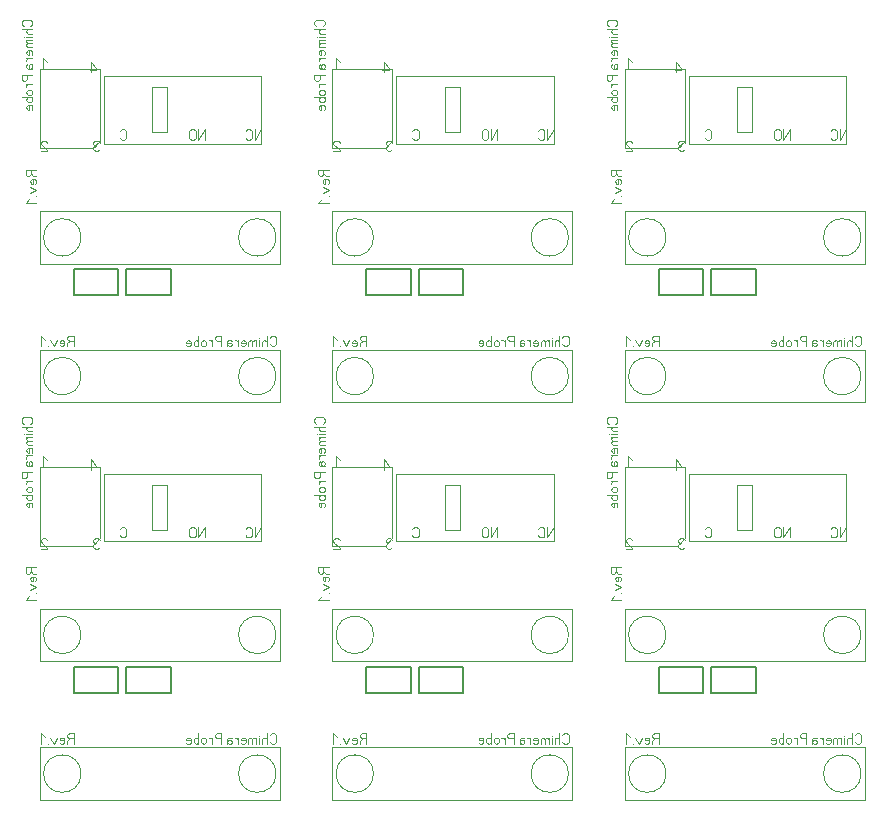
<source format=gbr>
%FSLAX34Y34*%
%MOMM*%
%LNSILK_BOTTOM*%
G71*
G01*
%ADD10C, 0.100*%
%ADD11C, 0.111*%
%ADD12C, 0.150*%
%LPD*%
G54D10*
X34925Y-180975D02*
X34925Y-225425D01*
X238125Y-225425D01*
X238125Y-180975D01*
X34925Y-180975D01*
G54D10*
G75*
G01X69850Y-203200D02*
G03X69850Y-203200I-15875J0D01*
G01*
G54D10*
G75*
G01X234950Y-203200D02*
G03X234950Y-203200I-15875J0D01*
G01*
G54D10*
X34925Y-298450D02*
X34925Y-342900D01*
X238125Y-342900D01*
X238125Y-298450D01*
X34925Y-298450D01*
G54D10*
G75*
G01X69850Y-320675D02*
G03X69850Y-320675I-15875J0D01*
G01*
G54D10*
G75*
G01X234950Y-320675D02*
G03X234950Y-320675I-15875J0D01*
G01*
G54D10*
X34919Y-60980D02*
X85719Y-60980D01*
X85720Y-121305D01*
X79370Y-127655D01*
X34920Y-127655D01*
X34919Y-60980D01*
G54D11*
X41275Y-54769D02*
X37942Y-51436D01*
X37942Y-60325D01*
G54D11*
X35942Y-130175D02*
X41275Y-130175D01*
X41275Y-129619D01*
X40608Y-128508D01*
X36608Y-125175D01*
X35942Y-124064D01*
X35942Y-122953D01*
X36608Y-121842D01*
X37942Y-121286D01*
X39275Y-121286D01*
X40608Y-121842D01*
X41275Y-122953D01*
G54D11*
X85725Y-122953D02*
X85058Y-121842D01*
X83725Y-121286D01*
X82392Y-121286D01*
X81058Y-121842D01*
X80392Y-122953D01*
X80392Y-124064D01*
X81058Y-125175D01*
X82392Y-125731D01*
X81058Y-126286D01*
X80392Y-127397D01*
X80392Y-128508D01*
X81058Y-129619D01*
X82392Y-130175D01*
X83725Y-130175D01*
X85058Y-129619D01*
X85725Y-128508D01*
G54D11*
X78550Y-63500D02*
X78550Y-54611D01*
X82550Y-60167D01*
X82550Y-61278D01*
X77217Y-61278D01*
G54D10*
X88900Y-66675D02*
X88900Y-123825D01*
X222250Y-123825D01*
X222250Y-66675D01*
X88900Y-66675D01*
G54D10*
X130175Y-76200D02*
X130175Y-114300D01*
X142875Y-114300D01*
X142875Y-76200D01*
X130175Y-76200D01*
G54D11*
X102617Y-118983D02*
X103283Y-120094D01*
X104617Y-120650D01*
X105950Y-120650D01*
X107283Y-120094D01*
X107950Y-118983D01*
X107950Y-113428D01*
X107283Y-112317D01*
X105950Y-111761D01*
X104617Y-111761D01*
X103283Y-112317D01*
X102617Y-113428D01*
G54D11*
X174625Y-120650D02*
X174625Y-111761D01*
X169292Y-120650D01*
X169292Y-111761D01*
G54D11*
X161515Y-113428D02*
X161515Y-118983D01*
X162181Y-120094D01*
X163515Y-120650D01*
X164848Y-120650D01*
X166181Y-120094D01*
X166848Y-118983D01*
X166848Y-113428D01*
X166181Y-112317D01*
X164848Y-111761D01*
X163515Y-111761D01*
X162181Y-112317D01*
X161515Y-113428D01*
G54D11*
X222250Y-120650D02*
X222250Y-111761D01*
X216917Y-120650D01*
X216917Y-111761D01*
G54D11*
X209140Y-118983D02*
X209806Y-120094D01*
X211140Y-120650D01*
X212473Y-120650D01*
X213806Y-120094D01*
X214473Y-118983D01*
X214473Y-113428D01*
X213806Y-112317D01*
X212473Y-111761D01*
X211140Y-111761D01*
X209806Y-112317D01*
X209140Y-113428D01*
G54D12*
X63525Y-252300D02*
X63525Y-230300D01*
X101525Y-230300D01*
X101525Y-252300D01*
X63525Y-252300D01*
G54D12*
X107975Y-252300D02*
X107975Y-230300D01*
X145975Y-230300D01*
X145975Y-252300D01*
X107975Y-252300D01*
G54D11*
X26908Y-24383D02*
X28019Y-23717D01*
X28575Y-22383D01*
X28575Y-21050D01*
X28019Y-19717D01*
X26908Y-19050D01*
X21353Y-19050D01*
X20242Y-19717D01*
X19686Y-21050D01*
X19686Y-22383D01*
X20242Y-23717D01*
X21353Y-24383D01*
G54D11*
X28575Y-26827D02*
X19686Y-26827D01*
G54D11*
X25019Y-26827D02*
X23908Y-27494D01*
X23575Y-28827D01*
X23908Y-30160D01*
X25019Y-30827D01*
X28575Y-30827D01*
G54D11*
X28575Y-33271D02*
X23575Y-33271D01*
G54D11*
X21908Y-33271D02*
X21908Y-33271D01*
G54D11*
X28575Y-35715D02*
X23575Y-35715D01*
G54D11*
X24464Y-35715D02*
X23575Y-37048D01*
X23908Y-38382D01*
X24686Y-39048D01*
X28575Y-39048D01*
G54D11*
X24464Y-39048D02*
X23575Y-40382D01*
X23908Y-41715D01*
X24686Y-42382D01*
X28575Y-42382D01*
G54D11*
X28019Y-48826D02*
X28575Y-47759D01*
X28575Y-46426D01*
X28019Y-45093D01*
X26908Y-44826D01*
X25019Y-44826D01*
X23908Y-45493D01*
X23575Y-46826D01*
X23908Y-48159D01*
X24686Y-48826D01*
X25797Y-48826D01*
X25797Y-44826D01*
G54D11*
X28575Y-51270D02*
X23575Y-51270D01*
G54D11*
X24686Y-51270D02*
X23575Y-52603D01*
X23575Y-53937D01*
G54D11*
X24131Y-56381D02*
X23575Y-57714D01*
X23575Y-59314D01*
X24686Y-60381D01*
X28575Y-60381D01*
G54D11*
X26908Y-60381D02*
X25797Y-59714D01*
X25575Y-58381D01*
X25797Y-57048D01*
X26908Y-56381D01*
X28019Y-56648D01*
X28575Y-57714D01*
X28575Y-58381D01*
X28575Y-58648D01*
X28019Y-59714D01*
X26908Y-60381D01*
G54D11*
X28575Y-65402D02*
X19686Y-65402D01*
X19686Y-68735D01*
X20242Y-70069D01*
X21353Y-70735D01*
X22464Y-70735D01*
X23575Y-70069D01*
X24131Y-68735D01*
X24131Y-65402D01*
G54D11*
X28575Y-73179D02*
X23575Y-73179D01*
G54D11*
X24686Y-73179D02*
X23575Y-74512D01*
X23575Y-75846D01*
G54D11*
X27242Y-82290D02*
X25019Y-82290D01*
X23908Y-81623D01*
X23575Y-80290D01*
X23908Y-78957D01*
X25019Y-78290D01*
X27242Y-78290D01*
X28353Y-78957D01*
X28575Y-80290D01*
X28353Y-81623D01*
X27242Y-82290D01*
G54D11*
X28575Y-84734D02*
X19686Y-84734D01*
G54D11*
X25019Y-84734D02*
X23908Y-85401D01*
X23575Y-86734D01*
X23908Y-88067D01*
X25019Y-88734D01*
X27242Y-88734D01*
X28353Y-88067D01*
X28575Y-86734D01*
X28353Y-85401D01*
X27242Y-84734D01*
G54D11*
X28019Y-95178D02*
X28575Y-94111D01*
X28575Y-92778D01*
X28019Y-91445D01*
X26908Y-91178D01*
X25019Y-91178D01*
X23908Y-91845D01*
X23575Y-93178D01*
X23908Y-94511D01*
X24686Y-95178D01*
X25797Y-95178D01*
X25797Y-91178D01*
G54D11*
X229617Y-293608D02*
X230283Y-294720D01*
X231617Y-295275D01*
X232950Y-295275D01*
X234283Y-294720D01*
X234950Y-293608D01*
X234950Y-288053D01*
X234283Y-286942D01*
X232950Y-286386D01*
X231617Y-286386D01*
X230283Y-286942D01*
X229617Y-288053D01*
G54D11*
X227173Y-295275D02*
X227173Y-286386D01*
G54D11*
X227173Y-291720D02*
X226506Y-290608D01*
X225173Y-290275D01*
X223840Y-290608D01*
X223173Y-291720D01*
X223173Y-295275D01*
G54D11*
X220729Y-295275D02*
X220729Y-290275D01*
G54D11*
X220729Y-288608D02*
X220729Y-288608D01*
G54D11*
X218285Y-295275D02*
X218285Y-290275D01*
G54D11*
X218285Y-291164D02*
X216952Y-290275D01*
X215618Y-290608D01*
X214952Y-291386D01*
X214952Y-295275D01*
G54D11*
X214952Y-291164D02*
X213618Y-290275D01*
X212285Y-290608D01*
X211618Y-291386D01*
X211618Y-295275D01*
G54D11*
X205174Y-294720D02*
X206241Y-295275D01*
X207574Y-295275D01*
X208907Y-294720D01*
X209174Y-293608D01*
X209174Y-291720D01*
X208507Y-290608D01*
X207174Y-290275D01*
X205841Y-290608D01*
X205174Y-291386D01*
X205174Y-292497D01*
X209174Y-292497D01*
G54D11*
X202730Y-295275D02*
X202730Y-290275D01*
G54D11*
X202730Y-291386D02*
X201397Y-290275D01*
X200063Y-290275D01*
G54D11*
X197619Y-290830D02*
X196286Y-290275D01*
X194686Y-290275D01*
X193619Y-291386D01*
X193619Y-295275D01*
G54D11*
X193619Y-293608D02*
X194286Y-292497D01*
X195619Y-292275D01*
X196952Y-292497D01*
X197619Y-293608D01*
X197352Y-294720D01*
X196286Y-295275D01*
X195619Y-295275D01*
X195352Y-295275D01*
X194286Y-294720D01*
X193619Y-293608D01*
G54D11*
X188598Y-295275D02*
X188598Y-286386D01*
X185265Y-286386D01*
X183931Y-286942D01*
X183265Y-288053D01*
X183265Y-289164D01*
X183931Y-290275D01*
X185265Y-290830D01*
X188598Y-290830D01*
G54D11*
X180821Y-295275D02*
X180821Y-290275D01*
G54D11*
X180821Y-291386D02*
X179488Y-290275D01*
X178154Y-290275D01*
G54D11*
X171710Y-293942D02*
X171710Y-291720D01*
X172377Y-290608D01*
X173710Y-290275D01*
X175043Y-290608D01*
X175710Y-291720D01*
X175710Y-293942D01*
X175043Y-295053D01*
X173710Y-295275D01*
X172377Y-295053D01*
X171710Y-293942D01*
G54D11*
X169266Y-295275D02*
X169266Y-286386D01*
G54D11*
X169266Y-291720D02*
X168599Y-290608D01*
X167266Y-290275D01*
X165933Y-290608D01*
X165266Y-291720D01*
X165266Y-293942D01*
X165933Y-295053D01*
X167266Y-295275D01*
X168599Y-295053D01*
X169266Y-293942D01*
G54D11*
X158822Y-294720D02*
X159889Y-295275D01*
X161222Y-295275D01*
X162555Y-294720D01*
X162822Y-293608D01*
X162822Y-291720D01*
X162155Y-290608D01*
X160822Y-290275D01*
X159489Y-290608D01*
X158822Y-291386D01*
X158822Y-292497D01*
X162822Y-292497D01*
G54D11*
X60833Y-290830D02*
X58833Y-291942D01*
X58167Y-293053D01*
X58167Y-295275D01*
G54D11*
X63500Y-295275D02*
X63500Y-286386D01*
X60167Y-286386D01*
X58833Y-286942D01*
X58167Y-288053D01*
X58167Y-289164D01*
X58833Y-290275D01*
X60167Y-290830D01*
X63500Y-290830D01*
G54D11*
X51723Y-294720D02*
X52790Y-295275D01*
X54123Y-295275D01*
X55456Y-294720D01*
X55723Y-293608D01*
X55723Y-291720D01*
X55056Y-290608D01*
X53723Y-290275D01*
X52390Y-290608D01*
X51723Y-291386D01*
X51723Y-292497D01*
X55723Y-292497D01*
G54D11*
X49279Y-290275D02*
X46612Y-295275D01*
X43946Y-290275D01*
G54D11*
X41502Y-295275D02*
X41502Y-295275D01*
G54D11*
X39058Y-289720D02*
X35725Y-286386D01*
X35725Y-295275D01*
G54D11*
X27306Y-148717D02*
X28417Y-150717D01*
X29528Y-151383D01*
X31750Y-151383D01*
G54D11*
X31750Y-146050D02*
X22861Y-146050D01*
X22861Y-149383D01*
X23417Y-150717D01*
X24528Y-151383D01*
X25639Y-151383D01*
X26750Y-150717D01*
X27306Y-149383D01*
X27306Y-146050D01*
G54D11*
X31194Y-157827D02*
X31750Y-156760D01*
X31750Y-155427D01*
X31194Y-154094D01*
X30083Y-153827D01*
X28194Y-153827D01*
X27083Y-154494D01*
X26750Y-155827D01*
X27083Y-157160D01*
X27861Y-157827D01*
X28972Y-157827D01*
X28972Y-153827D01*
G54D11*
X26750Y-160271D02*
X31750Y-162938D01*
X26750Y-165604D01*
G54D11*
X31750Y-168048D02*
X31750Y-168048D01*
G54D11*
X26194Y-170492D02*
X22861Y-173825D01*
X31750Y-173825D01*
G54D10*
X282575Y-180975D02*
X282575Y-225425D01*
X485775Y-225425D01*
X485775Y-180975D01*
X282575Y-180975D01*
G54D10*
G75*
G01X317500Y-203200D02*
G03X317500Y-203200I-15875J0D01*
G01*
G54D10*
G75*
G01X482600Y-203200D02*
G03X482600Y-203200I-15875J0D01*
G01*
G54D10*
X282575Y-298450D02*
X282575Y-342900D01*
X485775Y-342900D01*
X485775Y-298450D01*
X282575Y-298450D01*
G54D10*
G75*
G01X317500Y-320675D02*
G03X317500Y-320675I-15875J0D01*
G01*
G54D10*
G75*
G01X482600Y-320675D02*
G03X482600Y-320675I-15875J0D01*
G01*
G54D10*
X282569Y-60980D02*
X333369Y-60980D01*
X333370Y-121305D01*
X327020Y-127655D01*
X282570Y-127655D01*
X282569Y-60980D01*
G54D11*
X288925Y-54769D02*
X285592Y-51436D01*
X285592Y-60325D01*
G54D11*
X283592Y-130175D02*
X288925Y-130175D01*
X288925Y-129619D01*
X288258Y-128508D01*
X284258Y-125175D01*
X283592Y-124064D01*
X283592Y-122953D01*
X284258Y-121842D01*
X285592Y-121286D01*
X286925Y-121286D01*
X288258Y-121842D01*
X288925Y-122953D01*
G54D11*
X333375Y-122953D02*
X332708Y-121842D01*
X331375Y-121286D01*
X330042Y-121286D01*
X328708Y-121842D01*
X328042Y-122953D01*
X328042Y-124064D01*
X328708Y-125175D01*
X330042Y-125731D01*
X328708Y-126286D01*
X328042Y-127397D01*
X328042Y-128508D01*
X328708Y-129619D01*
X330042Y-130175D01*
X331375Y-130175D01*
X332708Y-129619D01*
X333375Y-128508D01*
G54D11*
X326200Y-63500D02*
X326200Y-54611D01*
X330200Y-60167D01*
X330200Y-61278D01*
X324867Y-61278D01*
G54D10*
X336550Y-66675D02*
X336550Y-123825D01*
X469900Y-123825D01*
X469900Y-66675D01*
X336550Y-66675D01*
G54D10*
X377825Y-76200D02*
X377825Y-114300D01*
X390525Y-114300D01*
X390525Y-76200D01*
X377825Y-76200D01*
G54D11*
X350267Y-118983D02*
X350933Y-120094D01*
X352267Y-120650D01*
X353600Y-120650D01*
X354933Y-120094D01*
X355600Y-118983D01*
X355600Y-113428D01*
X354933Y-112317D01*
X353600Y-111761D01*
X352267Y-111761D01*
X350933Y-112317D01*
X350267Y-113428D01*
G54D11*
X422275Y-120650D02*
X422275Y-111761D01*
X416942Y-120650D01*
X416942Y-111761D01*
G54D11*
X409165Y-113428D02*
X409165Y-118983D01*
X409831Y-120094D01*
X411165Y-120650D01*
X412498Y-120650D01*
X413831Y-120094D01*
X414498Y-118983D01*
X414498Y-113428D01*
X413831Y-112317D01*
X412498Y-111761D01*
X411165Y-111761D01*
X409831Y-112317D01*
X409165Y-113428D01*
G54D11*
X469900Y-120650D02*
X469900Y-111761D01*
X464567Y-120650D01*
X464567Y-111761D01*
G54D11*
X456790Y-118983D02*
X457456Y-120094D01*
X458790Y-120650D01*
X460123Y-120650D01*
X461456Y-120094D01*
X462123Y-118983D01*
X462123Y-113428D01*
X461456Y-112317D01*
X460123Y-111761D01*
X458790Y-111761D01*
X457456Y-112317D01*
X456790Y-113428D01*
G54D12*
X311175Y-252300D02*
X311175Y-230300D01*
X349175Y-230300D01*
X349175Y-252300D01*
X311175Y-252300D01*
G54D12*
X355625Y-252300D02*
X355625Y-230300D01*
X393625Y-230300D01*
X393625Y-252300D01*
X355625Y-252300D01*
G54D11*
X274558Y-24383D02*
X275669Y-23717D01*
X276225Y-22383D01*
X276225Y-21050D01*
X275669Y-19717D01*
X274558Y-19050D01*
X269003Y-19050D01*
X267892Y-19717D01*
X267336Y-21050D01*
X267336Y-22383D01*
X267892Y-23717D01*
X269003Y-24383D01*
G54D11*
X276225Y-26827D02*
X267336Y-26827D01*
G54D11*
X272669Y-26827D02*
X271558Y-27494D01*
X271225Y-28827D01*
X271558Y-30160D01*
X272669Y-30827D01*
X276225Y-30827D01*
G54D11*
X276225Y-33271D02*
X271225Y-33271D01*
G54D11*
X269558Y-33271D02*
X269558Y-33271D01*
G54D11*
X276225Y-35715D02*
X271225Y-35715D01*
G54D11*
X272114Y-35715D02*
X271225Y-37048D01*
X271558Y-38382D01*
X272336Y-39048D01*
X276225Y-39048D01*
G54D11*
X272114Y-39048D02*
X271225Y-40382D01*
X271558Y-41715D01*
X272336Y-42382D01*
X276225Y-42382D01*
G54D11*
X275669Y-48826D02*
X276225Y-47759D01*
X276225Y-46426D01*
X275669Y-45093D01*
X274558Y-44826D01*
X272669Y-44826D01*
X271558Y-45493D01*
X271225Y-46826D01*
X271558Y-48159D01*
X272336Y-48826D01*
X273447Y-48826D01*
X273447Y-44826D01*
G54D11*
X276225Y-51270D02*
X271225Y-51270D01*
G54D11*
X272336Y-51270D02*
X271225Y-52603D01*
X271225Y-53937D01*
G54D11*
X271781Y-56381D02*
X271225Y-57714D01*
X271225Y-59314D01*
X272336Y-60381D01*
X276225Y-60381D01*
G54D11*
X274558Y-60381D02*
X273447Y-59714D01*
X273225Y-58381D01*
X273447Y-57048D01*
X274558Y-56381D01*
X275669Y-56648D01*
X276225Y-57714D01*
X276225Y-58381D01*
X276225Y-58648D01*
X275669Y-59714D01*
X274558Y-60381D01*
G54D11*
X276225Y-65402D02*
X267336Y-65402D01*
X267336Y-68735D01*
X267892Y-70069D01*
X269003Y-70735D01*
X270114Y-70735D01*
X271225Y-70069D01*
X271781Y-68735D01*
X271781Y-65402D01*
G54D11*
X276225Y-73179D02*
X271225Y-73179D01*
G54D11*
X272336Y-73179D02*
X271225Y-74512D01*
X271225Y-75846D01*
G54D11*
X274892Y-82290D02*
X272669Y-82290D01*
X271558Y-81623D01*
X271225Y-80290D01*
X271558Y-78957D01*
X272669Y-78290D01*
X274892Y-78290D01*
X276003Y-78957D01*
X276225Y-80290D01*
X276003Y-81623D01*
X274892Y-82290D01*
G54D11*
X276225Y-84734D02*
X267336Y-84734D01*
G54D11*
X272669Y-84734D02*
X271558Y-85401D01*
X271225Y-86734D01*
X271558Y-88067D01*
X272669Y-88734D01*
X274892Y-88734D01*
X276003Y-88067D01*
X276225Y-86734D01*
X276003Y-85401D01*
X274892Y-84734D01*
G54D11*
X275669Y-95178D02*
X276225Y-94111D01*
X276225Y-92778D01*
X275669Y-91445D01*
X274558Y-91178D01*
X272669Y-91178D01*
X271558Y-91845D01*
X271225Y-93178D01*
X271558Y-94511D01*
X272336Y-95178D01*
X273447Y-95178D01*
X273447Y-91178D01*
G54D11*
X477267Y-293608D02*
X477933Y-294720D01*
X479267Y-295275D01*
X480600Y-295275D01*
X481933Y-294720D01*
X482600Y-293608D01*
X482600Y-288053D01*
X481933Y-286942D01*
X480600Y-286386D01*
X479267Y-286386D01*
X477933Y-286942D01*
X477267Y-288053D01*
G54D11*
X474823Y-295275D02*
X474823Y-286386D01*
G54D11*
X474823Y-291720D02*
X474156Y-290608D01*
X472823Y-290275D01*
X471490Y-290608D01*
X470823Y-291720D01*
X470823Y-295275D01*
G54D11*
X468379Y-295275D02*
X468379Y-290275D01*
G54D11*
X468379Y-288608D02*
X468379Y-288608D01*
G54D11*
X465935Y-295275D02*
X465935Y-290275D01*
G54D11*
X465935Y-291164D02*
X464602Y-290275D01*
X463268Y-290608D01*
X462602Y-291386D01*
X462602Y-295275D01*
G54D11*
X462602Y-291164D02*
X461268Y-290275D01*
X459935Y-290608D01*
X459268Y-291386D01*
X459268Y-295275D01*
G54D11*
X452824Y-294720D02*
X453891Y-295275D01*
X455224Y-295275D01*
X456557Y-294720D01*
X456824Y-293608D01*
X456824Y-291720D01*
X456157Y-290608D01*
X454824Y-290275D01*
X453491Y-290608D01*
X452824Y-291386D01*
X452824Y-292497D01*
X456824Y-292497D01*
G54D11*
X450380Y-295275D02*
X450380Y-290275D01*
G54D11*
X450380Y-291386D02*
X449047Y-290275D01*
X447713Y-290275D01*
G54D11*
X445269Y-290830D02*
X443936Y-290275D01*
X442336Y-290275D01*
X441269Y-291386D01*
X441269Y-295275D01*
G54D11*
X441269Y-293608D02*
X441936Y-292497D01*
X443269Y-292275D01*
X444602Y-292497D01*
X445269Y-293608D01*
X445002Y-294720D01*
X443936Y-295275D01*
X443269Y-295275D01*
X443002Y-295275D01*
X441936Y-294720D01*
X441269Y-293608D01*
G54D11*
X436248Y-295275D02*
X436248Y-286386D01*
X432915Y-286386D01*
X431581Y-286942D01*
X430915Y-288053D01*
X430915Y-289164D01*
X431581Y-290275D01*
X432915Y-290830D01*
X436248Y-290830D01*
G54D11*
X428471Y-295275D02*
X428471Y-290275D01*
G54D11*
X428471Y-291386D02*
X427138Y-290275D01*
X425804Y-290275D01*
G54D11*
X419360Y-293942D02*
X419360Y-291720D01*
X420027Y-290608D01*
X421360Y-290275D01*
X422693Y-290608D01*
X423360Y-291720D01*
X423360Y-293942D01*
X422693Y-295053D01*
X421360Y-295275D01*
X420027Y-295053D01*
X419360Y-293942D01*
G54D11*
X416916Y-295275D02*
X416916Y-286386D01*
G54D11*
X416916Y-291720D02*
X416249Y-290608D01*
X414916Y-290275D01*
X413583Y-290608D01*
X412916Y-291720D01*
X412916Y-293942D01*
X413583Y-295053D01*
X414916Y-295275D01*
X416249Y-295053D01*
X416916Y-293942D01*
G54D11*
X406472Y-294720D02*
X407539Y-295275D01*
X408872Y-295275D01*
X410205Y-294720D01*
X410472Y-293608D01*
X410472Y-291720D01*
X409805Y-290608D01*
X408472Y-290275D01*
X407139Y-290608D01*
X406472Y-291386D01*
X406472Y-292497D01*
X410472Y-292497D01*
G54D11*
X308483Y-290830D02*
X306483Y-291942D01*
X305817Y-293053D01*
X305817Y-295275D01*
G54D11*
X311150Y-295275D02*
X311150Y-286386D01*
X307817Y-286386D01*
X306483Y-286942D01*
X305817Y-288053D01*
X305817Y-289164D01*
X306483Y-290275D01*
X307817Y-290830D01*
X311150Y-290830D01*
G54D11*
X299373Y-294720D02*
X300440Y-295275D01*
X301773Y-295275D01*
X303106Y-294720D01*
X303373Y-293608D01*
X303373Y-291720D01*
X302706Y-290608D01*
X301373Y-290275D01*
X300040Y-290608D01*
X299373Y-291386D01*
X299373Y-292497D01*
X303373Y-292497D01*
G54D11*
X296929Y-290275D02*
X294262Y-295275D01*
X291596Y-290275D01*
G54D11*
X289152Y-295275D02*
X289152Y-295275D01*
G54D11*
X286708Y-289720D02*
X283375Y-286386D01*
X283375Y-295275D01*
G54D11*
X274956Y-148717D02*
X276067Y-150717D01*
X277178Y-151383D01*
X279400Y-151383D01*
G54D11*
X279400Y-146050D02*
X270511Y-146050D01*
X270511Y-149383D01*
X271067Y-150717D01*
X272178Y-151383D01*
X273289Y-151383D01*
X274400Y-150717D01*
X274956Y-149383D01*
X274956Y-146050D01*
G54D11*
X278844Y-157827D02*
X279400Y-156760D01*
X279400Y-155427D01*
X278844Y-154094D01*
X277733Y-153827D01*
X275844Y-153827D01*
X274733Y-154494D01*
X274400Y-155827D01*
X274733Y-157160D01*
X275511Y-157827D01*
X276622Y-157827D01*
X276622Y-153827D01*
G54D11*
X274400Y-160271D02*
X279400Y-162938D01*
X274400Y-165604D01*
G54D11*
X279400Y-168048D02*
X279400Y-168048D01*
G54D11*
X273844Y-170492D02*
X270511Y-173825D01*
X279400Y-173825D01*
G54D10*
X530225Y-180975D02*
X530225Y-225425D01*
X733425Y-225425D01*
X733425Y-180975D01*
X530225Y-180975D01*
G54D10*
G75*
G01X565150Y-203200D02*
G03X565150Y-203200I-15875J0D01*
G01*
G54D10*
G75*
G01X730250Y-203200D02*
G03X730250Y-203200I-15875J0D01*
G01*
G54D10*
X530225Y-298450D02*
X530225Y-342900D01*
X733425Y-342900D01*
X733425Y-298450D01*
X530225Y-298450D01*
G54D10*
G75*
G01X565150Y-320675D02*
G03X565150Y-320675I-15875J0D01*
G01*
G54D10*
G75*
G01X730250Y-320675D02*
G03X730250Y-320675I-15875J0D01*
G01*
G54D10*
X530219Y-60980D02*
X581019Y-60980D01*
X581020Y-121305D01*
X574670Y-127655D01*
X530220Y-127655D01*
X530219Y-60980D01*
G54D11*
X536575Y-54769D02*
X533242Y-51436D01*
X533242Y-60325D01*
G54D11*
X531242Y-130175D02*
X536575Y-130175D01*
X536575Y-129619D01*
X535908Y-128508D01*
X531908Y-125175D01*
X531242Y-124064D01*
X531242Y-122953D01*
X531908Y-121842D01*
X533242Y-121286D01*
X534575Y-121286D01*
X535908Y-121842D01*
X536575Y-122953D01*
G54D11*
X581025Y-122953D02*
X580358Y-121842D01*
X579025Y-121286D01*
X577692Y-121286D01*
X576358Y-121842D01*
X575692Y-122953D01*
X575692Y-124064D01*
X576358Y-125175D01*
X577692Y-125731D01*
X576358Y-126286D01*
X575692Y-127397D01*
X575692Y-128508D01*
X576358Y-129619D01*
X577692Y-130175D01*
X579025Y-130175D01*
X580358Y-129619D01*
X581025Y-128508D01*
G54D11*
X573850Y-63500D02*
X573850Y-54611D01*
X577850Y-60167D01*
X577850Y-61278D01*
X572517Y-61278D01*
G54D10*
X584200Y-66675D02*
X584200Y-123825D01*
X717550Y-123825D01*
X717550Y-66675D01*
X584200Y-66675D01*
G54D10*
X625475Y-76200D02*
X625475Y-114300D01*
X638175Y-114300D01*
X638175Y-76200D01*
X625475Y-76200D01*
G54D11*
X597917Y-118983D02*
X598583Y-120094D01*
X599917Y-120650D01*
X601250Y-120650D01*
X602583Y-120094D01*
X603250Y-118983D01*
X603250Y-113428D01*
X602583Y-112317D01*
X601250Y-111761D01*
X599917Y-111761D01*
X598583Y-112317D01*
X597917Y-113428D01*
G54D11*
X669925Y-120650D02*
X669925Y-111761D01*
X664592Y-120650D01*
X664592Y-111761D01*
G54D11*
X656815Y-113428D02*
X656815Y-118983D01*
X657481Y-120094D01*
X658815Y-120650D01*
X660148Y-120650D01*
X661481Y-120094D01*
X662148Y-118983D01*
X662148Y-113428D01*
X661481Y-112317D01*
X660148Y-111761D01*
X658815Y-111761D01*
X657481Y-112317D01*
X656815Y-113428D01*
G54D11*
X717550Y-120650D02*
X717550Y-111761D01*
X712217Y-120650D01*
X712217Y-111761D01*
G54D11*
X704440Y-118983D02*
X705106Y-120094D01*
X706440Y-120650D01*
X707773Y-120650D01*
X709106Y-120094D01*
X709773Y-118983D01*
X709773Y-113428D01*
X709106Y-112317D01*
X707773Y-111761D01*
X706440Y-111761D01*
X705106Y-112317D01*
X704440Y-113428D01*
G54D12*
X558825Y-252300D02*
X558825Y-230300D01*
X596825Y-230300D01*
X596825Y-252300D01*
X558825Y-252300D01*
G54D12*
X603275Y-252300D02*
X603275Y-230300D01*
X641275Y-230300D01*
X641275Y-252300D01*
X603275Y-252300D01*
G54D11*
X522208Y-24383D02*
X523319Y-23717D01*
X523875Y-22383D01*
X523875Y-21050D01*
X523319Y-19717D01*
X522208Y-19050D01*
X516653Y-19050D01*
X515542Y-19717D01*
X514986Y-21050D01*
X514986Y-22383D01*
X515542Y-23717D01*
X516653Y-24383D01*
G54D11*
X523875Y-26827D02*
X514986Y-26827D01*
G54D11*
X520319Y-26827D02*
X519208Y-27494D01*
X518875Y-28827D01*
X519208Y-30160D01*
X520319Y-30827D01*
X523875Y-30827D01*
G54D11*
X523875Y-33271D02*
X518875Y-33271D01*
G54D11*
X517208Y-33271D02*
X517208Y-33271D01*
G54D11*
X523875Y-35715D02*
X518875Y-35715D01*
G54D11*
X519764Y-35715D02*
X518875Y-37048D01*
X519208Y-38382D01*
X519986Y-39048D01*
X523875Y-39048D01*
G54D11*
X519764Y-39048D02*
X518875Y-40382D01*
X519208Y-41715D01*
X519986Y-42382D01*
X523875Y-42382D01*
G54D11*
X523319Y-48826D02*
X523875Y-47759D01*
X523875Y-46426D01*
X523319Y-45093D01*
X522208Y-44826D01*
X520319Y-44826D01*
X519208Y-45493D01*
X518875Y-46826D01*
X519208Y-48159D01*
X519986Y-48826D01*
X521097Y-48826D01*
X521097Y-44826D01*
G54D11*
X523875Y-51270D02*
X518875Y-51270D01*
G54D11*
X519986Y-51270D02*
X518875Y-52603D01*
X518875Y-53937D01*
G54D11*
X519431Y-56381D02*
X518875Y-57714D01*
X518875Y-59314D01*
X519986Y-60381D01*
X523875Y-60381D01*
G54D11*
X522208Y-60381D02*
X521097Y-59714D01*
X520875Y-58381D01*
X521097Y-57048D01*
X522208Y-56381D01*
X523319Y-56648D01*
X523875Y-57714D01*
X523875Y-58381D01*
X523875Y-58648D01*
X523319Y-59714D01*
X522208Y-60381D01*
G54D11*
X523875Y-65402D02*
X514986Y-65402D01*
X514986Y-68735D01*
X515542Y-70069D01*
X516653Y-70735D01*
X517764Y-70735D01*
X518875Y-70069D01*
X519431Y-68735D01*
X519431Y-65402D01*
G54D11*
X523875Y-73179D02*
X518875Y-73179D01*
G54D11*
X519986Y-73179D02*
X518875Y-74512D01*
X518875Y-75846D01*
G54D11*
X522542Y-82290D02*
X520319Y-82290D01*
X519208Y-81623D01*
X518875Y-80290D01*
X519208Y-78957D01*
X520319Y-78290D01*
X522542Y-78290D01*
X523653Y-78957D01*
X523875Y-80290D01*
X523653Y-81623D01*
X522542Y-82290D01*
G54D11*
X523875Y-84734D02*
X514986Y-84734D01*
G54D11*
X520319Y-84734D02*
X519208Y-85401D01*
X518875Y-86734D01*
X519208Y-88067D01*
X520319Y-88734D01*
X522542Y-88734D01*
X523653Y-88067D01*
X523875Y-86734D01*
X523653Y-85401D01*
X522542Y-84734D01*
G54D11*
X523319Y-95178D02*
X523875Y-94111D01*
X523875Y-92778D01*
X523319Y-91445D01*
X522208Y-91178D01*
X520319Y-91178D01*
X519208Y-91845D01*
X518875Y-93178D01*
X519208Y-94511D01*
X519986Y-95178D01*
X521097Y-95178D01*
X521097Y-91178D01*
G54D11*
X724917Y-293608D02*
X725583Y-294720D01*
X726917Y-295275D01*
X728250Y-295275D01*
X729583Y-294720D01*
X730250Y-293608D01*
X730250Y-288053D01*
X729583Y-286942D01*
X728250Y-286386D01*
X726917Y-286386D01*
X725583Y-286942D01*
X724917Y-288053D01*
G54D11*
X722473Y-295275D02*
X722473Y-286386D01*
G54D11*
X722473Y-291720D02*
X721806Y-290608D01*
X720473Y-290275D01*
X719140Y-290608D01*
X718473Y-291720D01*
X718473Y-295275D01*
G54D11*
X716029Y-295275D02*
X716029Y-290275D01*
G54D11*
X716029Y-288608D02*
X716029Y-288608D01*
G54D11*
X713585Y-295275D02*
X713585Y-290275D01*
G54D11*
X713585Y-291164D02*
X712252Y-290275D01*
X710918Y-290608D01*
X710252Y-291386D01*
X710252Y-295275D01*
G54D11*
X710252Y-291164D02*
X708918Y-290275D01*
X707585Y-290608D01*
X706918Y-291386D01*
X706918Y-295275D01*
G54D11*
X700474Y-294720D02*
X701541Y-295275D01*
X702874Y-295275D01*
X704207Y-294720D01*
X704474Y-293608D01*
X704474Y-291720D01*
X703807Y-290608D01*
X702474Y-290275D01*
X701141Y-290608D01*
X700474Y-291386D01*
X700474Y-292497D01*
X704474Y-292497D01*
G54D11*
X698030Y-295275D02*
X698030Y-290275D01*
G54D11*
X698030Y-291386D02*
X696697Y-290275D01*
X695363Y-290275D01*
G54D11*
X692919Y-290830D02*
X691586Y-290275D01*
X689986Y-290275D01*
X688919Y-291386D01*
X688919Y-295275D01*
G54D11*
X688919Y-293608D02*
X689586Y-292497D01*
X690919Y-292275D01*
X692252Y-292497D01*
X692919Y-293608D01*
X692652Y-294720D01*
X691586Y-295275D01*
X690919Y-295275D01*
X690652Y-295275D01*
X689586Y-294720D01*
X688919Y-293608D01*
G54D11*
X683898Y-295275D02*
X683898Y-286386D01*
X680565Y-286386D01*
X679231Y-286942D01*
X678565Y-288053D01*
X678565Y-289164D01*
X679231Y-290275D01*
X680565Y-290830D01*
X683898Y-290830D01*
G54D11*
X676121Y-295275D02*
X676121Y-290275D01*
G54D11*
X676121Y-291386D02*
X674788Y-290275D01*
X673454Y-290275D01*
G54D11*
X667010Y-293942D02*
X667010Y-291720D01*
X667677Y-290608D01*
X669010Y-290275D01*
X670343Y-290608D01*
X671010Y-291720D01*
X671010Y-293942D01*
X670343Y-295053D01*
X669010Y-295275D01*
X667677Y-295053D01*
X667010Y-293942D01*
G54D11*
X664566Y-295275D02*
X664566Y-286386D01*
G54D11*
X664566Y-291720D02*
X663899Y-290608D01*
X662566Y-290275D01*
X661233Y-290608D01*
X660566Y-291720D01*
X660566Y-293942D01*
X661233Y-295053D01*
X662566Y-295275D01*
X663899Y-295053D01*
X664566Y-293942D01*
G54D11*
X654122Y-294720D02*
X655189Y-295275D01*
X656522Y-295275D01*
X657855Y-294720D01*
X658122Y-293608D01*
X658122Y-291720D01*
X657455Y-290608D01*
X656122Y-290275D01*
X654789Y-290608D01*
X654122Y-291386D01*
X654122Y-292497D01*
X658122Y-292497D01*
G54D11*
X556133Y-290830D02*
X554133Y-291942D01*
X553467Y-293053D01*
X553467Y-295275D01*
G54D11*
X558800Y-295275D02*
X558800Y-286386D01*
X555467Y-286386D01*
X554133Y-286942D01*
X553467Y-288053D01*
X553467Y-289164D01*
X554133Y-290275D01*
X555467Y-290830D01*
X558800Y-290830D01*
G54D11*
X547023Y-294720D02*
X548090Y-295275D01*
X549423Y-295275D01*
X550756Y-294720D01*
X551023Y-293608D01*
X551023Y-291720D01*
X550356Y-290608D01*
X549023Y-290275D01*
X547690Y-290608D01*
X547023Y-291386D01*
X547023Y-292497D01*
X551023Y-292497D01*
G54D11*
X544579Y-290275D02*
X541912Y-295275D01*
X539246Y-290275D01*
G54D11*
X536802Y-295275D02*
X536802Y-295275D01*
G54D11*
X534358Y-289720D02*
X531025Y-286386D01*
X531025Y-295275D01*
G54D11*
X522606Y-148717D02*
X523717Y-150717D01*
X524828Y-151383D01*
X527050Y-151383D01*
G54D11*
X527050Y-146050D02*
X518161Y-146050D01*
X518161Y-149383D01*
X518717Y-150717D01*
X519828Y-151383D01*
X520939Y-151383D01*
X522050Y-150717D01*
X522606Y-149383D01*
X522606Y-146050D01*
G54D11*
X526494Y-157827D02*
X527050Y-156760D01*
X527050Y-155427D01*
X526494Y-154094D01*
X525383Y-153827D01*
X523494Y-153827D01*
X522383Y-154494D01*
X522050Y-155827D01*
X522383Y-157160D01*
X523161Y-157827D01*
X524272Y-157827D01*
X524272Y-153827D01*
G54D11*
X522050Y-160271D02*
X527050Y-162938D01*
X522050Y-165604D01*
G54D11*
X527050Y-168048D02*
X527050Y-168048D01*
G54D11*
X521494Y-170492D02*
X518161Y-173825D01*
X527050Y-173825D01*
G54D10*
X34925Y-517525D02*
X34925Y-561975D01*
X238125Y-561975D01*
X238125Y-517525D01*
X34925Y-517525D01*
G54D10*
G75*
G01X69850Y-539750D02*
G03X69850Y-539750I-15875J0D01*
G01*
G54D10*
G75*
G01X234950Y-539750D02*
G03X234950Y-539750I-15875J0D01*
G01*
G54D10*
X34925Y-635000D02*
X34925Y-679450D01*
X238125Y-679450D01*
X238125Y-635000D01*
X34925Y-635000D01*
G54D10*
G75*
G01X69850Y-657225D02*
G03X69850Y-657225I-15875J0D01*
G01*
G54D10*
G75*
G01X234950Y-657225D02*
G03X234950Y-657225I-15875J0D01*
G01*
G54D10*
X34919Y-397530D02*
X85719Y-397530D01*
X85720Y-457855D01*
X79370Y-464205D01*
X34920Y-464205D01*
X34919Y-397530D01*
G54D11*
X41275Y-391320D02*
X37942Y-387986D01*
X37942Y-396875D01*
G54D11*
X35942Y-466725D02*
X41275Y-466725D01*
X41275Y-466170D01*
X40608Y-465058D01*
X36608Y-461725D01*
X35942Y-460614D01*
X35942Y-459503D01*
X36608Y-458392D01*
X37942Y-457836D01*
X39275Y-457836D01*
X40608Y-458392D01*
X41275Y-459503D01*
G54D11*
X85725Y-459503D02*
X85058Y-458392D01*
X83725Y-457836D01*
X82392Y-457836D01*
X81058Y-458392D01*
X80392Y-459503D01*
X80392Y-460614D01*
X81058Y-461725D01*
X82392Y-462280D01*
X81058Y-462836D01*
X80392Y-463947D01*
X80392Y-465058D01*
X81058Y-466170D01*
X82392Y-466725D01*
X83725Y-466725D01*
X85058Y-466170D01*
X85725Y-465058D01*
G54D11*
X78550Y-400050D02*
X78550Y-391161D01*
X82550Y-396717D01*
X82550Y-397828D01*
X77217Y-397828D01*
G54D10*
X88900Y-403225D02*
X88900Y-460375D01*
X222250Y-460375D01*
X222250Y-403225D01*
X88900Y-403225D01*
G54D10*
X130175Y-412750D02*
X130175Y-450850D01*
X142875Y-450850D01*
X142875Y-412750D01*
X130175Y-412750D01*
G54D11*
X102617Y-455533D02*
X103283Y-456644D01*
X104617Y-457200D01*
X105950Y-457200D01*
X107283Y-456644D01*
X107950Y-455533D01*
X107950Y-449978D01*
X107283Y-448867D01*
X105950Y-448311D01*
X104617Y-448311D01*
X103283Y-448867D01*
X102617Y-449978D01*
G54D11*
X174625Y-457200D02*
X174625Y-448311D01*
X169292Y-457200D01*
X169292Y-448311D01*
G54D11*
X161515Y-449978D02*
X161515Y-455533D01*
X162181Y-456644D01*
X163515Y-457200D01*
X164848Y-457200D01*
X166181Y-456644D01*
X166848Y-455533D01*
X166848Y-449978D01*
X166181Y-448867D01*
X164848Y-448311D01*
X163515Y-448311D01*
X162181Y-448867D01*
X161515Y-449978D01*
G54D11*
X222250Y-457200D02*
X222250Y-448311D01*
X216917Y-457200D01*
X216917Y-448311D01*
G54D11*
X209140Y-455533D02*
X209806Y-456644D01*
X211140Y-457200D01*
X212473Y-457200D01*
X213806Y-456644D01*
X214473Y-455533D01*
X214473Y-449978D01*
X213806Y-448867D01*
X212473Y-448311D01*
X211140Y-448311D01*
X209806Y-448867D01*
X209140Y-449978D01*
G54D12*
X63525Y-588850D02*
X63525Y-566850D01*
X101525Y-566850D01*
X101525Y-588850D01*
X63525Y-588850D01*
G54D12*
X107975Y-588850D02*
X107975Y-566850D01*
X145975Y-566850D01*
X145975Y-588850D01*
X107975Y-588850D01*
G54D11*
X26908Y-360933D02*
X28019Y-360267D01*
X28575Y-358933D01*
X28575Y-357600D01*
X28019Y-356267D01*
X26908Y-355600D01*
X21353Y-355600D01*
X20242Y-356267D01*
X19686Y-357600D01*
X19686Y-358933D01*
X20242Y-360267D01*
X21353Y-360933D01*
G54D11*
X28575Y-363377D02*
X19686Y-363377D01*
G54D11*
X25019Y-363377D02*
X23908Y-364044D01*
X23575Y-365377D01*
X23908Y-366710D01*
X25019Y-367377D01*
X28575Y-367377D01*
G54D11*
X28575Y-369821D02*
X23575Y-369821D01*
G54D11*
X21908Y-369821D02*
X21908Y-369821D01*
G54D11*
X28575Y-372265D02*
X23575Y-372265D01*
G54D11*
X24464Y-372265D02*
X23575Y-373598D01*
X23908Y-374932D01*
X24686Y-375598D01*
X28575Y-375598D01*
G54D11*
X24464Y-375598D02*
X23575Y-376932D01*
X23908Y-378265D01*
X24686Y-378932D01*
X28575Y-378932D01*
G54D11*
X28019Y-385376D02*
X28575Y-384309D01*
X28575Y-382976D01*
X28019Y-381643D01*
X26908Y-381376D01*
X25019Y-381376D01*
X23908Y-382043D01*
X23575Y-383376D01*
X23908Y-384709D01*
X24686Y-385376D01*
X25797Y-385376D01*
X25797Y-381376D01*
G54D11*
X28575Y-387820D02*
X23575Y-387820D01*
G54D11*
X24686Y-387820D02*
X23575Y-389153D01*
X23575Y-390487D01*
G54D11*
X24131Y-392931D02*
X23575Y-394264D01*
X23575Y-395864D01*
X24686Y-396931D01*
X28575Y-396931D01*
G54D11*
X26908Y-396931D02*
X25797Y-396264D01*
X25575Y-394931D01*
X25797Y-393598D01*
X26908Y-392931D01*
X28019Y-393198D01*
X28575Y-394264D01*
X28575Y-394931D01*
X28575Y-395198D01*
X28019Y-396264D01*
X26908Y-396931D01*
G54D11*
X28575Y-401952D02*
X19686Y-401952D01*
X19686Y-405285D01*
X20242Y-406619D01*
X21353Y-407285D01*
X22464Y-407285D01*
X23575Y-406619D01*
X24131Y-405285D01*
X24131Y-401952D01*
G54D11*
X28575Y-409729D02*
X23575Y-409729D01*
G54D11*
X24686Y-409729D02*
X23575Y-411062D01*
X23575Y-412396D01*
G54D11*
X27242Y-418840D02*
X25019Y-418840D01*
X23908Y-418173D01*
X23575Y-416840D01*
X23908Y-415507D01*
X25019Y-414840D01*
X27242Y-414840D01*
X28353Y-415507D01*
X28575Y-416840D01*
X28353Y-418173D01*
X27242Y-418840D01*
G54D11*
X28575Y-421284D02*
X19686Y-421284D01*
G54D11*
X25019Y-421284D02*
X23908Y-421951D01*
X23575Y-423284D01*
X23908Y-424617D01*
X25019Y-425284D01*
X27242Y-425284D01*
X28353Y-424617D01*
X28575Y-423284D01*
X28353Y-421951D01*
X27242Y-421284D01*
G54D11*
X28019Y-431728D02*
X28575Y-430661D01*
X28575Y-429328D01*
X28019Y-427995D01*
X26908Y-427728D01*
X25019Y-427728D01*
X23908Y-428395D01*
X23575Y-429728D01*
X23908Y-431061D01*
X24686Y-431728D01*
X25797Y-431728D01*
X25797Y-427728D01*
G54D11*
X229617Y-630158D02*
X230283Y-631270D01*
X231617Y-631825D01*
X232950Y-631825D01*
X234283Y-631270D01*
X234950Y-630158D01*
X234950Y-624603D01*
X234283Y-623492D01*
X232950Y-622936D01*
X231617Y-622936D01*
X230283Y-623492D01*
X229617Y-624603D01*
G54D11*
X227173Y-631825D02*
X227173Y-622936D01*
G54D11*
X227173Y-628270D02*
X226506Y-627158D01*
X225173Y-626825D01*
X223840Y-627158D01*
X223173Y-628270D01*
X223173Y-631825D01*
G54D11*
X220729Y-631825D02*
X220729Y-626825D01*
G54D11*
X220729Y-625158D02*
X220729Y-625158D01*
G54D11*
X218285Y-631825D02*
X218285Y-626825D01*
G54D11*
X218285Y-627714D02*
X216952Y-626825D01*
X215618Y-627158D01*
X214952Y-627936D01*
X214952Y-631825D01*
G54D11*
X214952Y-627714D02*
X213618Y-626825D01*
X212285Y-627158D01*
X211618Y-627936D01*
X211618Y-631825D01*
G54D11*
X205174Y-631270D02*
X206241Y-631825D01*
X207574Y-631825D01*
X208907Y-631270D01*
X209174Y-630158D01*
X209174Y-628270D01*
X208507Y-627158D01*
X207174Y-626825D01*
X205841Y-627158D01*
X205174Y-627936D01*
X205174Y-629047D01*
X209174Y-629047D01*
G54D11*
X202730Y-631825D02*
X202730Y-626825D01*
G54D11*
X202730Y-627936D02*
X201397Y-626825D01*
X200063Y-626825D01*
G54D11*
X197619Y-627380D02*
X196286Y-626825D01*
X194686Y-626825D01*
X193619Y-627936D01*
X193619Y-631825D01*
G54D11*
X193619Y-630158D02*
X194286Y-629047D01*
X195619Y-628825D01*
X196952Y-629047D01*
X197619Y-630158D01*
X197352Y-631270D01*
X196286Y-631825D01*
X195619Y-631825D01*
X195352Y-631825D01*
X194286Y-631270D01*
X193619Y-630158D01*
G54D11*
X188598Y-631825D02*
X188598Y-622936D01*
X185265Y-622936D01*
X183931Y-623492D01*
X183265Y-624603D01*
X183265Y-625714D01*
X183931Y-626825D01*
X185265Y-627380D01*
X188598Y-627380D01*
G54D11*
X180821Y-631825D02*
X180821Y-626825D01*
G54D11*
X180821Y-627936D02*
X179488Y-626825D01*
X178154Y-626825D01*
G54D11*
X171710Y-630492D02*
X171710Y-628270D01*
X172377Y-627158D01*
X173710Y-626825D01*
X175043Y-627158D01*
X175710Y-628270D01*
X175710Y-630492D01*
X175043Y-631603D01*
X173710Y-631825D01*
X172377Y-631603D01*
X171710Y-630492D01*
G54D11*
X169266Y-631825D02*
X169266Y-622936D01*
G54D11*
X169266Y-628270D02*
X168599Y-627158D01*
X167266Y-626825D01*
X165933Y-627158D01*
X165266Y-628270D01*
X165266Y-630492D01*
X165933Y-631603D01*
X167266Y-631825D01*
X168599Y-631603D01*
X169266Y-630492D01*
G54D11*
X158822Y-631270D02*
X159889Y-631825D01*
X161222Y-631825D01*
X162555Y-631270D01*
X162822Y-630158D01*
X162822Y-628270D01*
X162155Y-627158D01*
X160822Y-626825D01*
X159489Y-627158D01*
X158822Y-627936D01*
X158822Y-629047D01*
X162822Y-629047D01*
G54D11*
X60833Y-627380D02*
X58833Y-628492D01*
X58167Y-629603D01*
X58167Y-631825D01*
G54D11*
X63500Y-631825D02*
X63500Y-622936D01*
X60167Y-622936D01*
X58833Y-623492D01*
X58167Y-624603D01*
X58167Y-625714D01*
X58833Y-626825D01*
X60167Y-627380D01*
X63500Y-627380D01*
G54D11*
X51723Y-631270D02*
X52790Y-631825D01*
X54123Y-631825D01*
X55456Y-631270D01*
X55723Y-630158D01*
X55723Y-628270D01*
X55056Y-627158D01*
X53723Y-626825D01*
X52390Y-627158D01*
X51723Y-627936D01*
X51723Y-629047D01*
X55723Y-629047D01*
G54D11*
X49279Y-626825D02*
X46612Y-631825D01*
X43946Y-626825D01*
G54D11*
X41502Y-631825D02*
X41502Y-631825D01*
G54D11*
X39058Y-626270D02*
X35725Y-622936D01*
X35725Y-631825D01*
G54D11*
X27306Y-485267D02*
X28417Y-487267D01*
X29528Y-487933D01*
X31750Y-487933D01*
G54D11*
X31750Y-482600D02*
X22861Y-482600D01*
X22861Y-485933D01*
X23417Y-487267D01*
X24528Y-487933D01*
X25639Y-487933D01*
X26750Y-487267D01*
X27306Y-485933D01*
X27306Y-482600D01*
G54D11*
X31194Y-494377D02*
X31750Y-493310D01*
X31750Y-491977D01*
X31194Y-490644D01*
X30083Y-490377D01*
X28194Y-490377D01*
X27083Y-491044D01*
X26750Y-492377D01*
X27083Y-493710D01*
X27861Y-494377D01*
X28972Y-494377D01*
X28972Y-490377D01*
G54D11*
X26750Y-496821D02*
X31750Y-499488D01*
X26750Y-502154D01*
G54D11*
X31750Y-504598D02*
X31750Y-504598D01*
G54D11*
X26194Y-507042D02*
X22861Y-510375D01*
X31750Y-510375D01*
G54D10*
X282575Y-517525D02*
X282575Y-561975D01*
X485775Y-561975D01*
X485775Y-517525D01*
X282575Y-517525D01*
G54D10*
G75*
G01X317500Y-539750D02*
G03X317500Y-539750I-15875J0D01*
G01*
G54D10*
G75*
G01X482600Y-539750D02*
G03X482600Y-539750I-15875J0D01*
G01*
G54D10*
X282575Y-635000D02*
X282575Y-679450D01*
X485775Y-679450D01*
X485775Y-635000D01*
X282575Y-635000D01*
G54D10*
G75*
G01X317500Y-657225D02*
G03X317500Y-657225I-15875J0D01*
G01*
G54D10*
G75*
G01X482600Y-657225D02*
G03X482600Y-657225I-15875J0D01*
G01*
G54D10*
X282569Y-397530D02*
X333369Y-397530D01*
X333370Y-457855D01*
X327020Y-464205D01*
X282570Y-464205D01*
X282569Y-397530D01*
G54D11*
X288925Y-391320D02*
X285592Y-387986D01*
X285592Y-396875D01*
G54D11*
X283592Y-466725D02*
X288925Y-466725D01*
X288925Y-466170D01*
X288258Y-465058D01*
X284258Y-461725D01*
X283592Y-460614D01*
X283592Y-459503D01*
X284258Y-458392D01*
X285592Y-457836D01*
X286925Y-457836D01*
X288258Y-458392D01*
X288925Y-459503D01*
G54D11*
X333375Y-459503D02*
X332708Y-458392D01*
X331375Y-457836D01*
X330042Y-457836D01*
X328708Y-458392D01*
X328042Y-459503D01*
X328042Y-460614D01*
X328708Y-461725D01*
X330042Y-462280D01*
X328708Y-462836D01*
X328042Y-463947D01*
X328042Y-465058D01*
X328708Y-466170D01*
X330042Y-466725D01*
X331375Y-466725D01*
X332708Y-466170D01*
X333375Y-465058D01*
G54D11*
X326200Y-400050D02*
X326200Y-391161D01*
X330200Y-396717D01*
X330200Y-397828D01*
X324867Y-397828D01*
G54D10*
X336550Y-403225D02*
X336550Y-460375D01*
X469900Y-460375D01*
X469900Y-403225D01*
X336550Y-403225D01*
G54D10*
X377825Y-412750D02*
X377825Y-450850D01*
X390525Y-450850D01*
X390525Y-412750D01*
X377825Y-412750D01*
G54D11*
X350267Y-455533D02*
X350933Y-456644D01*
X352267Y-457200D01*
X353600Y-457200D01*
X354933Y-456644D01*
X355600Y-455533D01*
X355600Y-449978D01*
X354933Y-448867D01*
X353600Y-448311D01*
X352267Y-448311D01*
X350933Y-448867D01*
X350267Y-449978D01*
G54D11*
X422275Y-457200D02*
X422275Y-448311D01*
X416942Y-457200D01*
X416942Y-448311D01*
G54D11*
X409165Y-449978D02*
X409165Y-455533D01*
X409831Y-456644D01*
X411165Y-457200D01*
X412498Y-457200D01*
X413831Y-456644D01*
X414498Y-455533D01*
X414498Y-449978D01*
X413831Y-448867D01*
X412498Y-448311D01*
X411165Y-448311D01*
X409831Y-448867D01*
X409165Y-449978D01*
G54D11*
X469900Y-457200D02*
X469900Y-448311D01*
X464567Y-457200D01*
X464567Y-448311D01*
G54D11*
X456790Y-455533D02*
X457456Y-456644D01*
X458790Y-457200D01*
X460123Y-457200D01*
X461456Y-456644D01*
X462123Y-455533D01*
X462123Y-449978D01*
X461456Y-448867D01*
X460123Y-448311D01*
X458790Y-448311D01*
X457456Y-448867D01*
X456790Y-449978D01*
G54D12*
X311175Y-588850D02*
X311175Y-566850D01*
X349175Y-566850D01*
X349175Y-588850D01*
X311175Y-588850D01*
G54D12*
X355625Y-588850D02*
X355625Y-566850D01*
X393625Y-566850D01*
X393625Y-588850D01*
X355625Y-588850D01*
G54D11*
X274558Y-360933D02*
X275669Y-360267D01*
X276225Y-358933D01*
X276225Y-357600D01*
X275669Y-356267D01*
X274558Y-355600D01*
X269003Y-355600D01*
X267892Y-356267D01*
X267336Y-357600D01*
X267336Y-358933D01*
X267892Y-360267D01*
X269003Y-360933D01*
G54D11*
X276225Y-363377D02*
X267336Y-363377D01*
G54D11*
X272669Y-363377D02*
X271558Y-364044D01*
X271225Y-365377D01*
X271558Y-366710D01*
X272669Y-367377D01*
X276225Y-367377D01*
G54D11*
X276225Y-369821D02*
X271225Y-369821D01*
G54D11*
X269558Y-369821D02*
X269558Y-369821D01*
G54D11*
X276225Y-372265D02*
X271225Y-372265D01*
G54D11*
X272114Y-372265D02*
X271225Y-373598D01*
X271558Y-374932D01*
X272336Y-375598D01*
X276225Y-375598D01*
G54D11*
X272114Y-375598D02*
X271225Y-376932D01*
X271558Y-378265D01*
X272336Y-378932D01*
X276225Y-378932D01*
G54D11*
X275669Y-385376D02*
X276225Y-384309D01*
X276225Y-382976D01*
X275669Y-381643D01*
X274558Y-381376D01*
X272669Y-381376D01*
X271558Y-382043D01*
X271225Y-383376D01*
X271558Y-384709D01*
X272336Y-385376D01*
X273447Y-385376D01*
X273447Y-381376D01*
G54D11*
X276225Y-387820D02*
X271225Y-387820D01*
G54D11*
X272336Y-387820D02*
X271225Y-389153D01*
X271225Y-390487D01*
G54D11*
X271781Y-392931D02*
X271225Y-394264D01*
X271225Y-395864D01*
X272336Y-396931D01*
X276225Y-396931D01*
G54D11*
X274558Y-396931D02*
X273447Y-396264D01*
X273225Y-394931D01*
X273447Y-393598D01*
X274558Y-392931D01*
X275669Y-393198D01*
X276225Y-394264D01*
X276225Y-394931D01*
X276225Y-395198D01*
X275669Y-396264D01*
X274558Y-396931D01*
G54D11*
X276225Y-401952D02*
X267336Y-401952D01*
X267336Y-405285D01*
X267892Y-406619D01*
X269003Y-407285D01*
X270114Y-407285D01*
X271225Y-406619D01*
X271781Y-405285D01*
X271781Y-401952D01*
G54D11*
X276225Y-409729D02*
X271225Y-409729D01*
G54D11*
X272336Y-409729D02*
X271225Y-411062D01*
X271225Y-412396D01*
G54D11*
X274892Y-418840D02*
X272669Y-418840D01*
X271558Y-418173D01*
X271225Y-416840D01*
X271558Y-415507D01*
X272669Y-414840D01*
X274892Y-414840D01*
X276003Y-415507D01*
X276225Y-416840D01*
X276003Y-418173D01*
X274892Y-418840D01*
G54D11*
X276225Y-421284D02*
X267336Y-421284D01*
G54D11*
X272669Y-421284D02*
X271558Y-421951D01*
X271225Y-423284D01*
X271558Y-424617D01*
X272669Y-425284D01*
X274892Y-425284D01*
X276003Y-424617D01*
X276225Y-423284D01*
X276003Y-421951D01*
X274892Y-421284D01*
G54D11*
X275669Y-431728D02*
X276225Y-430661D01*
X276225Y-429328D01*
X275669Y-427995D01*
X274558Y-427728D01*
X272669Y-427728D01*
X271558Y-428395D01*
X271225Y-429728D01*
X271558Y-431061D01*
X272336Y-431728D01*
X273447Y-431728D01*
X273447Y-427728D01*
G54D11*
X477267Y-630158D02*
X477933Y-631270D01*
X479267Y-631825D01*
X480600Y-631825D01*
X481933Y-631270D01*
X482600Y-630158D01*
X482600Y-624603D01*
X481933Y-623492D01*
X480600Y-622936D01*
X479267Y-622936D01*
X477933Y-623492D01*
X477267Y-624603D01*
G54D11*
X474823Y-631825D02*
X474823Y-622936D01*
G54D11*
X474823Y-628270D02*
X474156Y-627158D01*
X472823Y-626825D01*
X471490Y-627158D01*
X470823Y-628270D01*
X470823Y-631825D01*
G54D11*
X468379Y-631825D02*
X468379Y-626825D01*
G54D11*
X468379Y-625158D02*
X468379Y-625158D01*
G54D11*
X465935Y-631825D02*
X465935Y-626825D01*
G54D11*
X465935Y-627714D02*
X464602Y-626825D01*
X463268Y-627158D01*
X462602Y-627936D01*
X462602Y-631825D01*
G54D11*
X462602Y-627714D02*
X461268Y-626825D01*
X459935Y-627158D01*
X459268Y-627936D01*
X459268Y-631825D01*
G54D11*
X452824Y-631270D02*
X453891Y-631825D01*
X455224Y-631825D01*
X456557Y-631270D01*
X456824Y-630158D01*
X456824Y-628270D01*
X456157Y-627158D01*
X454824Y-626825D01*
X453491Y-627158D01*
X452824Y-627936D01*
X452824Y-629047D01*
X456824Y-629047D01*
G54D11*
X450380Y-631825D02*
X450380Y-626825D01*
G54D11*
X450380Y-627936D02*
X449047Y-626825D01*
X447713Y-626825D01*
G54D11*
X445269Y-627380D02*
X443936Y-626825D01*
X442336Y-626825D01*
X441269Y-627936D01*
X441269Y-631825D01*
G54D11*
X441269Y-630158D02*
X441936Y-629047D01*
X443269Y-628825D01*
X444602Y-629047D01*
X445269Y-630158D01*
X445002Y-631270D01*
X443936Y-631825D01*
X443269Y-631825D01*
X443002Y-631825D01*
X441936Y-631270D01*
X441269Y-630158D01*
G54D11*
X436248Y-631825D02*
X436248Y-622936D01*
X432915Y-622936D01*
X431581Y-623492D01*
X430915Y-624603D01*
X430915Y-625714D01*
X431581Y-626825D01*
X432915Y-627380D01*
X436248Y-627380D01*
G54D11*
X428471Y-631825D02*
X428471Y-626825D01*
G54D11*
X428471Y-627936D02*
X427138Y-626825D01*
X425804Y-626825D01*
G54D11*
X419360Y-630492D02*
X419360Y-628270D01*
X420027Y-627158D01*
X421360Y-626825D01*
X422693Y-627158D01*
X423360Y-628270D01*
X423360Y-630492D01*
X422693Y-631603D01*
X421360Y-631825D01*
X420027Y-631603D01*
X419360Y-630492D01*
G54D11*
X416916Y-631825D02*
X416916Y-622936D01*
G54D11*
X416916Y-628270D02*
X416249Y-627158D01*
X414916Y-626825D01*
X413583Y-627158D01*
X412916Y-628270D01*
X412916Y-630492D01*
X413583Y-631603D01*
X414916Y-631825D01*
X416249Y-631603D01*
X416916Y-630492D01*
G54D11*
X406472Y-631270D02*
X407539Y-631825D01*
X408872Y-631825D01*
X410205Y-631270D01*
X410472Y-630158D01*
X410472Y-628270D01*
X409805Y-627158D01*
X408472Y-626825D01*
X407139Y-627158D01*
X406472Y-627936D01*
X406472Y-629047D01*
X410472Y-629047D01*
G54D11*
X308483Y-627380D02*
X306483Y-628492D01*
X305817Y-629603D01*
X305817Y-631825D01*
G54D11*
X311150Y-631825D02*
X311150Y-622936D01*
X307817Y-622936D01*
X306483Y-623492D01*
X305817Y-624603D01*
X305817Y-625714D01*
X306483Y-626825D01*
X307817Y-627380D01*
X311150Y-627380D01*
G54D11*
X299373Y-631270D02*
X300440Y-631825D01*
X301773Y-631825D01*
X303106Y-631270D01*
X303373Y-630158D01*
X303373Y-628270D01*
X302706Y-627158D01*
X301373Y-626825D01*
X300040Y-627158D01*
X299373Y-627936D01*
X299373Y-629047D01*
X303373Y-629047D01*
G54D11*
X296929Y-626825D02*
X294262Y-631825D01*
X291596Y-626825D01*
G54D11*
X289152Y-631825D02*
X289152Y-631825D01*
G54D11*
X286708Y-626270D02*
X283375Y-622936D01*
X283375Y-631825D01*
G54D11*
X274956Y-485267D02*
X276067Y-487267D01*
X277178Y-487933D01*
X279400Y-487933D01*
G54D11*
X279400Y-482600D02*
X270511Y-482600D01*
X270511Y-485933D01*
X271067Y-487267D01*
X272178Y-487933D01*
X273289Y-487933D01*
X274400Y-487267D01*
X274956Y-485933D01*
X274956Y-482600D01*
G54D11*
X278844Y-494377D02*
X279400Y-493310D01*
X279400Y-491977D01*
X278844Y-490644D01*
X277733Y-490377D01*
X275844Y-490377D01*
X274733Y-491044D01*
X274400Y-492377D01*
X274733Y-493710D01*
X275511Y-494377D01*
X276622Y-494377D01*
X276622Y-490377D01*
G54D11*
X274400Y-496821D02*
X279400Y-499488D01*
X274400Y-502154D01*
G54D11*
X279400Y-504598D02*
X279400Y-504598D01*
G54D11*
X273844Y-507042D02*
X270511Y-510375D01*
X279400Y-510375D01*
G54D10*
X530225Y-517525D02*
X530225Y-561975D01*
X733425Y-561975D01*
X733425Y-517525D01*
X530225Y-517525D01*
G54D10*
G75*
G01X565150Y-539750D02*
G03X565150Y-539750I-15875J0D01*
G01*
G54D10*
G75*
G01X730250Y-539750D02*
G03X730250Y-539750I-15875J0D01*
G01*
G54D10*
X530225Y-635000D02*
X530225Y-679450D01*
X733425Y-679450D01*
X733425Y-635000D01*
X530225Y-635000D01*
G54D10*
G75*
G01X565150Y-657225D02*
G03X565150Y-657225I-15875J0D01*
G01*
G54D10*
G75*
G01X730250Y-657225D02*
G03X730250Y-657225I-15875J0D01*
G01*
G54D10*
X530219Y-397530D02*
X581019Y-397530D01*
X581020Y-457855D01*
X574670Y-464205D01*
X530220Y-464205D01*
X530219Y-397530D01*
G54D11*
X536575Y-391320D02*
X533242Y-387986D01*
X533242Y-396875D01*
G54D11*
X531242Y-466725D02*
X536575Y-466725D01*
X536575Y-466170D01*
X535908Y-465058D01*
X531908Y-461725D01*
X531242Y-460614D01*
X531242Y-459503D01*
X531908Y-458392D01*
X533242Y-457836D01*
X534575Y-457836D01*
X535908Y-458392D01*
X536575Y-459503D01*
G54D11*
X581025Y-459503D02*
X580358Y-458392D01*
X579025Y-457836D01*
X577692Y-457836D01*
X576358Y-458392D01*
X575692Y-459503D01*
X575692Y-460614D01*
X576358Y-461725D01*
X577692Y-462280D01*
X576358Y-462836D01*
X575692Y-463947D01*
X575692Y-465058D01*
X576358Y-466170D01*
X577692Y-466725D01*
X579025Y-466725D01*
X580358Y-466170D01*
X581025Y-465058D01*
G54D11*
X573850Y-400050D02*
X573850Y-391161D01*
X577850Y-396717D01*
X577850Y-397828D01*
X572517Y-397828D01*
G54D10*
X584200Y-403225D02*
X584200Y-460375D01*
X717550Y-460375D01*
X717550Y-403225D01*
X584200Y-403225D01*
G54D10*
X625475Y-412750D02*
X625475Y-450850D01*
X638175Y-450850D01*
X638175Y-412750D01*
X625475Y-412750D01*
G54D11*
X597917Y-455533D02*
X598583Y-456644D01*
X599917Y-457200D01*
X601250Y-457200D01*
X602583Y-456644D01*
X603250Y-455533D01*
X603250Y-449978D01*
X602583Y-448867D01*
X601250Y-448311D01*
X599917Y-448311D01*
X598583Y-448867D01*
X597917Y-449978D01*
G54D11*
X669925Y-457200D02*
X669925Y-448311D01*
X664592Y-457200D01*
X664592Y-448311D01*
G54D11*
X656815Y-449978D02*
X656815Y-455533D01*
X657481Y-456644D01*
X658815Y-457200D01*
X660148Y-457200D01*
X661481Y-456644D01*
X662148Y-455533D01*
X662148Y-449978D01*
X661481Y-448867D01*
X660148Y-448311D01*
X658815Y-448311D01*
X657481Y-448867D01*
X656815Y-449978D01*
G54D11*
X717550Y-457200D02*
X717550Y-448311D01*
X712217Y-457200D01*
X712217Y-448311D01*
G54D11*
X704440Y-455533D02*
X705106Y-456644D01*
X706440Y-457200D01*
X707773Y-457200D01*
X709106Y-456644D01*
X709773Y-455533D01*
X709773Y-449978D01*
X709106Y-448867D01*
X707773Y-448311D01*
X706440Y-448311D01*
X705106Y-448867D01*
X704440Y-449978D01*
G54D12*
X558825Y-588850D02*
X558825Y-566850D01*
X596825Y-566850D01*
X596825Y-588850D01*
X558825Y-588850D01*
G54D12*
X603275Y-588850D02*
X603275Y-566850D01*
X641275Y-566850D01*
X641275Y-588850D01*
X603275Y-588850D01*
G54D11*
X522208Y-360933D02*
X523319Y-360267D01*
X523875Y-358933D01*
X523875Y-357600D01*
X523319Y-356267D01*
X522208Y-355600D01*
X516653Y-355600D01*
X515542Y-356267D01*
X514986Y-357600D01*
X514986Y-358933D01*
X515542Y-360267D01*
X516653Y-360933D01*
G54D11*
X523875Y-363377D02*
X514986Y-363377D01*
G54D11*
X520319Y-363377D02*
X519208Y-364044D01*
X518875Y-365377D01*
X519208Y-366710D01*
X520319Y-367377D01*
X523875Y-367377D01*
G54D11*
X523875Y-369821D02*
X518875Y-369821D01*
G54D11*
X517208Y-369821D02*
X517208Y-369821D01*
G54D11*
X523875Y-372265D02*
X518875Y-372265D01*
G54D11*
X519764Y-372265D02*
X518875Y-373598D01*
X519208Y-374932D01*
X519986Y-375598D01*
X523875Y-375598D01*
G54D11*
X519764Y-375598D02*
X518875Y-376932D01*
X519208Y-378265D01*
X519986Y-378932D01*
X523875Y-378932D01*
G54D11*
X523319Y-385376D02*
X523875Y-384309D01*
X523875Y-382976D01*
X523319Y-381643D01*
X522208Y-381376D01*
X520319Y-381376D01*
X519208Y-382043D01*
X518875Y-383376D01*
X519208Y-384709D01*
X519986Y-385376D01*
X521097Y-385376D01*
X521097Y-381376D01*
G54D11*
X523875Y-387820D02*
X518875Y-387820D01*
G54D11*
X519986Y-387820D02*
X518875Y-389153D01*
X518875Y-390487D01*
G54D11*
X519431Y-392931D02*
X518875Y-394264D01*
X518875Y-395864D01*
X519986Y-396931D01*
X523875Y-396931D01*
G54D11*
X522208Y-396931D02*
X521097Y-396264D01*
X520875Y-394931D01*
X521097Y-393598D01*
X522208Y-392931D01*
X523319Y-393198D01*
X523875Y-394264D01*
X523875Y-394931D01*
X523875Y-395198D01*
X523319Y-396264D01*
X522208Y-396931D01*
G54D11*
X523875Y-401952D02*
X514986Y-401952D01*
X514986Y-405285D01*
X515542Y-406619D01*
X516653Y-407285D01*
X517764Y-407285D01*
X518875Y-406619D01*
X519431Y-405285D01*
X519431Y-401952D01*
G54D11*
X523875Y-409729D02*
X518875Y-409729D01*
G54D11*
X519986Y-409729D02*
X518875Y-411062D01*
X518875Y-412396D01*
G54D11*
X522542Y-418840D02*
X520319Y-418840D01*
X519208Y-418173D01*
X518875Y-416840D01*
X519208Y-415507D01*
X520319Y-414840D01*
X522542Y-414840D01*
X523653Y-415507D01*
X523875Y-416840D01*
X523653Y-418173D01*
X522542Y-418840D01*
G54D11*
X523875Y-421284D02*
X514986Y-421284D01*
G54D11*
X520319Y-421284D02*
X519208Y-421951D01*
X518875Y-423284D01*
X519208Y-424617D01*
X520319Y-425284D01*
X522542Y-425284D01*
X523653Y-424617D01*
X523875Y-423284D01*
X523653Y-421951D01*
X522542Y-421284D01*
G54D11*
X523319Y-431728D02*
X523875Y-430661D01*
X523875Y-429328D01*
X523319Y-427995D01*
X522208Y-427728D01*
X520319Y-427728D01*
X519208Y-428395D01*
X518875Y-429728D01*
X519208Y-431061D01*
X519986Y-431728D01*
X521097Y-431728D01*
X521097Y-427728D01*
G54D11*
X724917Y-630158D02*
X725583Y-631270D01*
X726917Y-631825D01*
X728250Y-631825D01*
X729583Y-631270D01*
X730250Y-630158D01*
X730250Y-624603D01*
X729583Y-623492D01*
X728250Y-622936D01*
X726917Y-622936D01*
X725583Y-623492D01*
X724917Y-624603D01*
G54D11*
X722473Y-631825D02*
X722473Y-622936D01*
G54D11*
X722473Y-628270D02*
X721806Y-627158D01*
X720473Y-626825D01*
X719140Y-627158D01*
X718473Y-628270D01*
X718473Y-631825D01*
G54D11*
X716029Y-631825D02*
X716029Y-626825D01*
G54D11*
X716029Y-625158D02*
X716029Y-625158D01*
G54D11*
X713585Y-631825D02*
X713585Y-626825D01*
G54D11*
X713585Y-627714D02*
X712252Y-626825D01*
X710918Y-627158D01*
X710252Y-627936D01*
X710252Y-631825D01*
G54D11*
X710252Y-627714D02*
X708918Y-626825D01*
X707585Y-627158D01*
X706918Y-627936D01*
X706918Y-631825D01*
G54D11*
X700474Y-631270D02*
X701541Y-631825D01*
X702874Y-631825D01*
X704207Y-631270D01*
X704474Y-630158D01*
X704474Y-628270D01*
X703807Y-627158D01*
X702474Y-626825D01*
X701141Y-627158D01*
X700474Y-627936D01*
X700474Y-629047D01*
X704474Y-629047D01*
G54D11*
X698030Y-631825D02*
X698030Y-626825D01*
G54D11*
X698030Y-627936D02*
X696697Y-626825D01*
X695363Y-626825D01*
G54D11*
X692919Y-627380D02*
X691586Y-626825D01*
X689986Y-626825D01*
X688919Y-627936D01*
X688919Y-631825D01*
G54D11*
X688919Y-630158D02*
X689586Y-629047D01*
X690919Y-628825D01*
X692252Y-629047D01*
X692919Y-630158D01*
X692652Y-631270D01*
X691586Y-631825D01*
X690919Y-631825D01*
X690652Y-631825D01*
X689586Y-631270D01*
X688919Y-630158D01*
G54D11*
X683898Y-631825D02*
X683898Y-622936D01*
X680565Y-622936D01*
X679231Y-623492D01*
X678565Y-624603D01*
X678565Y-625714D01*
X679231Y-626825D01*
X680565Y-627380D01*
X683898Y-627380D01*
G54D11*
X676121Y-631825D02*
X676121Y-626825D01*
G54D11*
X676121Y-627936D02*
X674788Y-626825D01*
X673454Y-626825D01*
G54D11*
X667010Y-630492D02*
X667010Y-628270D01*
X667677Y-627158D01*
X669010Y-626825D01*
X670343Y-627158D01*
X671010Y-628270D01*
X671010Y-630492D01*
X670343Y-631603D01*
X669010Y-631825D01*
X667677Y-631603D01*
X667010Y-630492D01*
G54D11*
X664566Y-631825D02*
X664566Y-622936D01*
G54D11*
X664566Y-628270D02*
X663899Y-627158D01*
X662566Y-626825D01*
X661233Y-627158D01*
X660566Y-628270D01*
X660566Y-630492D01*
X661233Y-631603D01*
X662566Y-631825D01*
X663899Y-631603D01*
X664566Y-630492D01*
G54D11*
X654122Y-631270D02*
X655189Y-631825D01*
X656522Y-631825D01*
X657855Y-631270D01*
X658122Y-630158D01*
X658122Y-628270D01*
X657455Y-627158D01*
X656122Y-626825D01*
X654789Y-627158D01*
X654122Y-627936D01*
X654122Y-629047D01*
X658122Y-629047D01*
G54D11*
X556133Y-627380D02*
X554133Y-628492D01*
X553467Y-629603D01*
X553467Y-631825D01*
G54D11*
X558800Y-631825D02*
X558800Y-622936D01*
X555467Y-622936D01*
X554133Y-623492D01*
X553467Y-624603D01*
X553467Y-625714D01*
X554133Y-626825D01*
X555467Y-627380D01*
X558800Y-627380D01*
G54D11*
X547023Y-631270D02*
X548090Y-631825D01*
X549423Y-631825D01*
X550756Y-631270D01*
X551023Y-630158D01*
X551023Y-628270D01*
X550356Y-627158D01*
X549023Y-626825D01*
X547690Y-627158D01*
X547023Y-627936D01*
X547023Y-629047D01*
X551023Y-629047D01*
G54D11*
X544579Y-626825D02*
X541912Y-631825D01*
X539246Y-626825D01*
G54D11*
X536802Y-631825D02*
X536802Y-631825D01*
G54D11*
X534358Y-626270D02*
X531025Y-622936D01*
X531025Y-631825D01*
G54D11*
X522606Y-485267D02*
X523717Y-487267D01*
X524828Y-487933D01*
X527050Y-487933D01*
G54D11*
X527050Y-482600D02*
X518161Y-482600D01*
X518161Y-485933D01*
X518717Y-487267D01*
X519828Y-487933D01*
X520939Y-487933D01*
X522050Y-487267D01*
X522606Y-485933D01*
X522606Y-482600D01*
G54D11*
X526494Y-494377D02*
X527050Y-493310D01*
X527050Y-491977D01*
X526494Y-490644D01*
X525383Y-490377D01*
X523494Y-490377D01*
X522383Y-491044D01*
X522050Y-492377D01*
X522383Y-493710D01*
X523161Y-494377D01*
X524272Y-494377D01*
X524272Y-490377D01*
G54D11*
X522050Y-496821D02*
X527050Y-499488D01*
X522050Y-502154D01*
G54D11*
X527050Y-504598D02*
X527050Y-504598D01*
G54D11*
X521494Y-507042D02*
X518161Y-510375D01*
X527050Y-510375D01*
M02*

</source>
